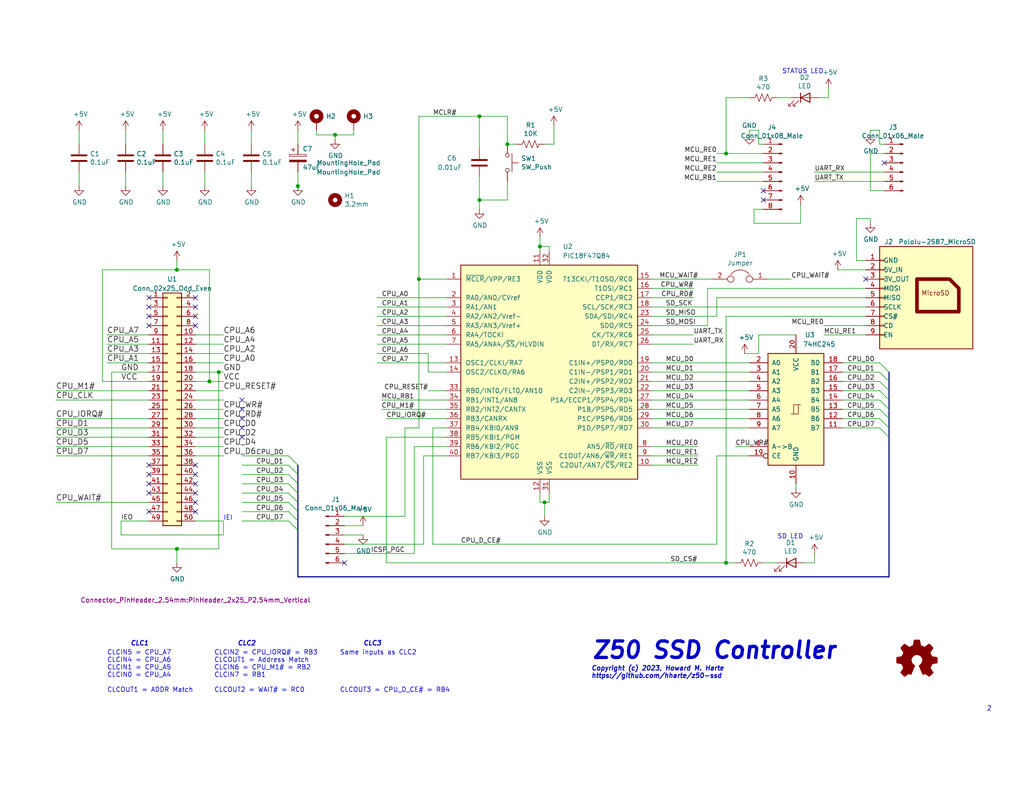
<source format=kicad_sch>
(kicad_sch (version 20230121) (generator eeschema)
  (paper "A")
  (title_block (title "Z50-Bus Solid State Disk") (date "2023-05-07") (rev "1"))
  (lib_symbols
    (symbol "74xx:74HC245" (pin_names (offset 1.016))
      (property "Reference" "U" (at -7.62 16.51 0))
      (property "Value" "74HC245" (at -7.62 -16.51 0))
      (symbol "74HC245_1_0"
        (pin input line (at -12.7 -10.16 0) (length 5.08) (name "A->B") (number "1"))
        (pin power_in line (at 0 -20.32 90) (length 5.08) (name "GND") (number "10"))
        (pin tri_state line (at 12.7 -5.08 180) (length 5.08) (name "B7") (number "11"))
        (pin tri_state line (at 12.7 -2.54 180) (length 5.08) (name "B6") (number "12"))
        (pin tri_state line (at 12.7 0 180) (length 5.08) (name "B5") (number "13"))
        (pin tri_state line (at 12.7 2.54 180) (length 5.08) (name "B4") (number "14"))
        (pin tri_state line (at 12.7 5.08 180) (length 5.08) (name "B3") (number "15"))
        (pin tri_state line (at 12.7 7.62 180) (length 5.08) (name "B2") (number "16"))
        (pin tri_state line (at 12.7 10.16 180) (length 5.08) (name "B1") (number "17"))
        (pin tri_state line (at 12.7 12.7 180) (length 5.08) (name "B0") (number "18"))
        (pin input inverted (at -12.7 -12.7 0) (length 5.08) (name "CE") (number "19"))
        (pin tri_state line (at -12.7 12.7 0) (length 5.08) (name "A0") (number "2"))
        (pin power_in line (at 0 20.32 270) (length 5.08) (name "VCC") (number "20"))
        (pin tri_state line (at -12.7 10.16 0) (length 5.08) (name "A1") (number "3"))
        (pin tri_state line (at -12.7 7.62 0) (length 5.08) (name "A2") (number "4"))
        (pin tri_state line (at -12.7 5.08 0) (length 5.08) (name "A3") (number "5"))
        (pin tri_state line (at -12.7 2.54 0) (length 5.08) (name "A4") (number "6"))
        (pin tri_state line (at -12.7 0 0) (length 5.08) (name "A5") (number "7"))
        (pin tri_state line (at -12.7 -2.54 0) (length 5.08) (name "A6") (number "8"))
        (pin tri_state line (at -12.7 -5.08 0) (length 5.08) (name "A7") (number "9"))
      )
    )
    (symbol "Connector_Generic:Conn_02x25_Odd_Even" (pin_names (offset 1.016) hide)
      (property "Reference" "J" (at 1.27 33.02 0))
      (property "Value" "Conn_02x25_Odd_Even" (at 1.27 -33.02 0))
      (symbol "Conn_02x25_Odd_Even_1_1"
        (pin passive line (at -5.08 30.48 0) (length 3.81) (name "Pin_1") (number "1"))
        (pin passive line (at 7.62 20.32 180) (length 3.81) (name "Pin_10") (number "10"))
        (pin passive line (at -5.08 17.78 0) (length 3.81) (name "Pin_11") (number "11"))
        (pin passive line (at 7.62 17.78 180) (length 3.81) (name "Pin_12") (number "12"))
        (pin passive line (at -5.08 15.24 0) (length 3.81) (name "Pin_13") (number "13"))
        (pin passive line (at 7.62 15.24 180) (length 3.81) (name "Pin_14") (number "14"))
        (pin passive line (at -5.08 12.7 0) (length 3.81) (name "Pin_15") (number "15"))
        (pin passive line (at 7.62 12.7 180) (length 3.81) (name "Pin_16") (number "16"))
        (pin passive line (at -5.08 10.16 0) (length 3.81) (name "Pin_17") (number "17"))
        (pin passive line (at 7.62 10.16 180) (length 3.81) (name "Pin_18") (number "18"))
        (pin passive line (at -5.08 7.62 0) (length 3.81) (name "Pin_19") (number "19"))
        (pin passive line (at 7.62 30.48 180) (length 3.81) (name "Pin_2") (number "2"))
        (pin passive line (at 7.62 7.62 180) (length 3.81) (name "Pin_20") (number "20"))
        (pin passive line (at -5.08 5.08 0) (length 3.81) (name "Pin_21") (number "21"))
        (pin passive line (at 7.62 5.08 180) (length 3.81) (name "Pin_22") (number "22"))
        (pin passive line (at -5.08 2.54 0) (length 3.81) (name "Pin_23") (number "23"))
        (pin passive line (at 7.62 2.54 180) (length 3.81) (name "Pin_24") (number "24"))
        (pin passive line (at -5.08 0 0) (length 3.81) (name "Pin_25") (number "25"))
        (pin passive line (at 7.62 0 180) (length 3.81) (name "Pin_26") (number "26"))
        (pin passive line (at -5.08 -2.54 0) (length 3.81) (name "Pin_27") (number "27"))
        (pin passive line (at 7.62 -2.54 180) (length 3.81) (name "Pin_28") (number "28"))
        (pin passive line (at -5.08 -5.08 0) (length 3.81) (name "Pin_29") (number "29"))
        (pin passive line (at -5.08 27.94 0) (length 3.81) (name "Pin_3") (number "3"))
        (pin passive line (at 7.62 -5.08 180) (length 3.81) (name "Pin_30") (number "30"))
        (pin passive line (at -5.08 -7.62 0) (length 3.81) (name "Pin_31") (number "31"))
        (pin passive line (at 7.62 -7.62 180) (length 3.81) (name "Pin_32") (number "32"))
        (pin passive line (at -5.08 -10.16 0) (length 3.81) (name "Pin_33") (number "33"))
        (pin passive line (at 7.62 -10.16 180) (length 3.81) (name "Pin_34") (number "34"))
        (pin passive line (at -5.08 -12.7 0) (length 3.81) (name "Pin_35") (number "35"))
        (pin passive line (at 7.62 -12.7 180) (length 3.81) (name "Pin_36") (number "36"))
        (pin passive line (at -5.08 -15.24 0) (length 3.81) (name "Pin_37") (number "37"))
        (pin passive line (at 7.62 -15.24 180) (length 3.81) (name "Pin_38") (number "38"))
        (pin passive line (at -5.08 -17.78 0) (length 3.81) (name "Pin_39") (number "39"))
        (pin passive line (at 7.62 27.94 180) (length 3.81) (name "Pin_4") (number "4"))
        (pin passive line (at 7.62 -17.78 180) (length 3.81) (name "Pin_40") (number "40"))
        (pin passive line (at -5.08 -20.32 0) (length 3.81) (name "Pin_41") (number "41"))
        (pin passive line (at 7.62 -20.32 180) (length 3.81) (name "Pin_42") (number "42"))
        (pin passive line (at -5.08 -22.86 0) (length 3.81) (name "Pin_43") (number "43"))
        (pin passive line (at 7.62 -22.86 180) (length 3.81) (name "Pin_44") (number "44"))
        (pin passive line (at -5.08 -25.4 0) (length 3.81) (name "Pin_45") (number "45"))
        (pin passive line (at 7.62 -25.4 180) (length 3.81) (name "Pin_46") (number "46"))
        (pin passive line (at -5.08 -27.94 0) (length 3.81) (name "Pin_47") (number "47"))
        (pin passive line (at 7.62 -27.94 180) (length 3.81) (name "Pin_48") (number "48"))
        (pin passive line (at -5.08 -30.48 0) (length 3.81) (name "Pin_49") (number "49"))
        (pin passive line (at -5.08 25.4 0) (length 3.81) (name "Pin_5") (number "5"))
        (pin passive line (at 7.62 -30.48 180) (length 3.81) (name "Pin_50") (number "50"))
        (pin passive line (at 7.62 25.4 180) (length 3.81) (name "Pin_6") (number "6"))
        (pin passive line (at -5.08 22.86 0) (length 3.81) (name "Pin_7") (number "7"))
        (pin passive line (at 7.62 22.86 180) (length 3.81) (name "Pin_8") (number "8"))
        (pin passive line (at -5.08 20.32 0) (length 3.81) (name "Pin_9") (number "9"))
      )
    )
    (symbol "Device:C" (pin_numbers hide) (pin_names (offset 0.254))
      (property "Reference" "C" (at 0.635 2.54 0))
      (property "Value" "C" (at 0.635 -2.54 0))
      (symbol "C_1_1"
        (pin passive line (at 0 3.81 270) (length 2.794) (name "~") (number "1"))
        (pin passive line (at 0 -3.81 90) (length 2.794) (name "~") (number "2"))
      )
    )
    (symbol "Device:C_Polarized" (pin_numbers hide) (pin_names (offset 0.254))
      (property "Reference" "C" (at 0.635 2.54 0))
      (property "Value" "C_Polarized" (at 0.635 -2.54 0))
      (symbol "C_Polarized_1_1"
        (pin passive line (at 0 3.81 270) (length 2.794) (name "~") (number "1"))
        (pin passive line (at 0 -3.81 90) (length 2.794) (name "~") (number "2"))
      )
    )
    (symbol "Device:LED" (pin_numbers hide) (pin_names (offset 1.016) hide)
      (property "Reference" "D" (at 0 2.54 0))
      (property "Value" "LED" (at 0 -2.54 0))
      (symbol "LED_1_1"
        (pin passive line (at -3.81 0 0) (length 2.54) (name "K") (number "1"))
        (pin passive line (at 3.81 0 180) (length 2.54) (name "A") (number "2"))
      )
    )
    (symbol "Device:R_US" (pin_numbers hide) (pin_names (offset 0))
      (property "Reference" "R" (at 2.54 0 90))
      (property "Value" "R_US" (at -2.54 0 90))
      (symbol "R_US_1_1"
        (pin passive line (at 0 3.81 270) (length 1.27) (name "~") (number "1"))
        (pin passive line (at 0 -3.81 90) (length 1.27) (name "~") (number "2"))
      )
    )
    (symbol "Graphic:Logo_Open_Hardware_Small" (pin_names (offset 1.016)))
    (symbol "MCU_Microchip_PIC18:PIC18F4580-IP" (pin_names (offset 1.27))
      (property "Reference" "U" (at -22.86 30.48 0))
      (property "Value" "PIC18F4580-IP" (at 15.24 -30.48 0))
      (symbol "PIC18F4580-IP_1_1"
        (pin input line (at -27.94 25.4 0) (length 3.81) (name "~{MCLR}/VPP/RE3") (number "1"))
        (pin bidirectional line (at 27.94 -25.4 180) (length 3.81) (name "C2OUT/AN7/~{CS}/RE2") (number "10"))
        (pin power_in line (at -2.54 33.02 270) (length 3.81) (name "VDD") (number "11"))
        (pin power_in line (at -2.54 -33.02 90) (length 3.81) (name "VSS") (number "12"))
        (pin input line (at -27.94 2.54 0) (length 3.81) (name "OSC1/CLKI/RA7") (number "13"))
        (pin output line (at -27.94 0 0) (length 3.81) (name "OSC2/CLKO/RA6") (number "14"))
        (pin bidirectional line (at 27.94 25.4 180) (length 3.81) (name "T13CKI/T1OSO/RC0") (number "15"))
        (pin bidirectional line (at 27.94 22.86 180) (length 3.81) (name "T1OSI/RC1") (number "16"))
        (pin bidirectional line (at 27.94 20.32 180) (length 3.81) (name "CCP1/RC2") (number "17"))
        (pin bidirectional line (at 27.94 17.78 180) (length 3.81) (name "SCL/SCK/RC3") (number "18"))
        (pin bidirectional line (at 27.94 2.54 180) (length 3.81) (name "C1IN+/PSP0/RD0") (number "19"))
        (pin bidirectional line (at -27.94 20.32 0) (length 3.81) (name "RA0/AN0/CVref") (number "2"))
        (pin bidirectional line (at 27.94 0 180) (length 3.81) (name "C1IN-/PSP1/RD1") (number "20"))
        (pin bidirectional line (at 27.94 -2.54 180) (length 3.81) (name "C2IN+/PSP2/RD2") (number "21"))
        (pin bidirectional line (at 27.94 -5.08 180) (length 3.81) (name "C2IN-/PSP3/RD3") (number "22"))
        (pin bidirectional line (at 27.94 15.24 180) (length 3.81) (name "SDA/SDI/RC4") (number "23"))
        (pin bidirectional line (at 27.94 12.7 180) (length 3.81) (name "SDO/RC5") (number "24"))
        (pin bidirectional line (at 27.94 10.16 180) (length 3.81) (name "CK/TX/RC6") (number "25"))
        (pin bidirectional line (at 27.94 7.62 180) (length 3.81) (name "DT/RX/RC7") (number "26"))
        (pin bidirectional line (at 27.94 -7.62 180) (length 3.81) (name "P1A/ECCP1/PSP4/RD4") (number "27"))
        (pin bidirectional line (at 27.94 -10.16 180) (length 3.81) (name "P1B/PSP5/RD5") (number "28"))
        (pin bidirectional line (at 27.94 -12.7 180) (length 3.81) (name "P1C/PSP6/RD6") (number "29"))
        (pin bidirectional line (at -27.94 17.78 0) (length 3.81) (name "RA1/AN1") (number "3"))
        (pin bidirectional line (at 27.94 -15.24 180) (length 3.81) (name "P1D/PSP7/RD7") (number "30"))
        (pin power_in line (at 0 -33.02 90) (length 3.81) (name "VSS") (number "31"))
        (pin power_in line (at 0 33.02 270) (length 3.81) (name "VDD") (number "32"))
        (pin bidirectional line (at -27.94 -5.08 0) (length 3.81) (name "RB0/INT0/FLT0/AN10") (number "33"))
        (pin bidirectional line (at -27.94 -7.62 0) (length 3.81) (name "RB1/INT1/AN8") (number "34"))
        (pin bidirectional line (at -27.94 -10.16 0) (length 3.81) (name "RB2/INT2/CANTX") (number "35"))
        (pin bidirectional line (at -27.94 -12.7 0) (length 3.81) (name "RB3/CANRX") (number "36"))
        (pin bidirectional line (at -27.94 -15.24 0) (length 3.81) (name "RB4/KBI0/AN9") (number "37"))
        (pin bidirectional line (at -27.94 -17.78 0) (length 3.81) (name "RB5/KBI1/PGM") (number "38"))
        (pin bidirectional line (at -27.94 -20.32 0) (length 3.81) (name "RB6/KBI2/PGC") (number "39"))
        (pin bidirectional line (at -27.94 15.24 0) (length 3.81) (name "RA2/AN2/Vref-") (number "4"))
        (pin bidirectional line (at -27.94 -22.86 0) (length 3.81) (name "RB7/KBI3/PGD") (number "40"))
        (pin bidirectional line (at -27.94 12.7 0) (length 3.81) (name "RA3/AN3/Vref+") (number "5"))
        (pin bidirectional line (at -27.94 10.16 0) (length 3.81) (name "RA4/TOCKI") (number "6"))
        (pin bidirectional line (at -27.94 7.62 0) (length 3.81) (name "RA5/ANA4/~{SS}/HLVDIN") (number "7"))
        (pin bidirectional line (at 27.94 -20.32 180) (length 3.81) (name "AN5/~{RD}/RE0") (number "8"))
        (pin bidirectional line (at 27.94 -22.86 180) (length 3.81) (name "C1OUT/AN6/~{WR}/RE1") (number "9"))
      )
    )
    (symbol "Mechanical:MountingHole" (pin_names (offset 1.016))
      (property "Reference" "H" (at 0 5.08 0))
      (property "Value" "MountingHole" (at 0 3.175 0))
    )
    (symbol "Mechanical:MountingHole_Pad" (pin_numbers hide) (pin_names (offset 1.016) hide)
      (property "Reference" "H" (at 0 6.35 0))
      (property "Value" "MountingHole_Pad" (at 0 4.445 0))
      (symbol "MountingHole_Pad_1_1"
        (pin input line (at 0 -2.54 90) (length 2.54) (name "1") (number "1"))
      )
    )
    (symbol "Switch:SW_Push" (pin_numbers hide) (pin_names (offset 1.016) hide)
      (property "Reference" "SW" (at 1.27 2.54 0))
      (property "Value" "SW_Push" (at 0 -1.524 0))
      (symbol "SW_Push_0_1"
        (pin passive line (at -5.08 0 0) (length 2.54) (name "1") (number "1"))
        (pin passive line (at 5.08 0 180) (length 2.54) (name "2") (number "2"))
      )
    )
    (symbol "power:+5V" (power) (pin_names (offset 0))
      (property "Value" "+5V" (at 0 3.556 0))
      (symbol "+5V_1_1"
        (pin power_in line (at 0 0 90) (length 0) hide (name "+5V") (number "1"))
      )
    )
    (symbol "power:GND" (power) (pin_names (offset 0))
      (property "Value" "GND" (at 0 -3.81 0))
      (symbol "GND_1_1"
        (pin power_in line (at 0 0 270) (length 0) hide (name "GND") (number "1"))
      )
    )
    (symbol "z80_ssd-rescue:Conn_01x06_Male-Connector" (pin_names (offset 1.016) hide)
      (property "Reference" "J" (at 0 7.62 0))
      (property "Value" "Connector_Conn_01x06_Male" (at 0 -10.16 0))
      (symbol "Conn_01x06_Male-Connector_1_1"
        (pin passive line (at 5.08 5.08 180) (length 3.81) (name "Pin_1") (number "1"))
        (pin passive line (at 5.08 2.54 180) (length 3.81) (name "Pin_2") (number "2"))
        (pin passive line (at 5.08 0 180) (length 3.81) (name "Pin_3") (number "3"))
        (pin passive line (at 5.08 -2.54 180) (length 3.81) (name "Pin_4") (number "4"))
        (pin passive line (at 5.08 -5.08 180) (length 3.81) (name "Pin_5") (number "5"))
        (pin passive line (at 5.08 -7.62 180) (length 3.81) (name "Pin_6") (number "6"))
      )
    )
    (symbol "z80_ssd-rescue:Conn_01x08_Male-Connector" (pin_names (offset 1.016) hide)
      (property "Reference" "J" (at 0 10.16 0))
      (property "Value" "Connector_Conn_01x08_Male" (at 0 -12.7 0))
      (symbol "Conn_01x08_Male-Connector_1_1"
        (pin passive line (at 5.08 7.62 180) (length 3.81) (name "Pin_1") (number "1"))
        (pin passive line (at 5.08 5.08 180) (length 3.81) (name "Pin_2") (number "2"))
        (pin passive line (at 5.08 2.54 180) (length 3.81) (name "Pin_3") (number "3"))
        (pin passive line (at 5.08 0 180) (length 3.81) (name "Pin_4") (number "4"))
        (pin passive line (at 5.08 -2.54 180) (length 3.81) (name "Pin_5") (number "5"))
        (pin passive line (at 5.08 -5.08 180) (length 3.81) (name "Pin_6") (number "6"))
        (pin passive line (at 5.08 -7.62 180) (length 3.81) (name "Pin_7") (number "7"))
        (pin passive line (at 5.08 -10.16 180) (length 3.81) (name "Pin_8") (number "8"))
      )
    )
    (symbol "z80_ssd-rescue:Jumper-Device" (pin_names (offset 0.762) hide)
      (property "Reference" "JP" (at 0 3.81 0))
      (property "Value" "Device_Jumper" (at 0 -2.032 0))
      (symbol "Jumper-Device_0_1"
        (pin passive line (at -7.62 0 0) (length 4.191) (name "1") (number "1"))
        (pin passive line (at 7.62 0 180) (length 4.191) (name "2") (number "2"))
      )
    )
    (symbol "z80_ssd-rescue:Pololu-2587_MicroSD-4164" (pin_names (offset 1.016))
      (property "Reference" "J" (at 1.27 15.24 0))
      (property "Value" "4164_Pololu-2587_MicroSD" (at 12.7 -15.24 0))
      (symbol "Pololu-2587_MicroSD-4164_0_0"
        (text "MicroSD" (at 13.97 1.27 0) (effects (font (size 1.27 1.27))))
      )
      (symbol "Pololu-2587_MicroSD-4164_1_1"
        (pin power_in line (at -5.08 10.16 0) (length 3.81) (name "GND") (number "1"))
        (pin power_in line (at -5.08 7.62 0) (length 3.81) (name "5V_IN") (number "2"))
        (pin power_out line (at -5.08 5.08 0) (length 3.81) (name "3V_OUT") (number "3"))
        (pin input line (at -5.08 2.54 0) (length 3.81) (name "MOSI") (number "4"))
        (pin output line (at -5.08 0 0) (length 3.81) (name "MISO") (number "5"))
        (pin input line (at -5.08 -2.54 0) (length 3.81) (name "SCLK") (number "6"))
        (pin input line (at -5.08 -5.08 0) (length 3.81) (name "CS#") (number "7"))
        (pin input line (at -5.08 -7.62 0) (length 3.81) (name "CD") (number "8"))
        (pin input line (at -5.08 -10.16 0) (length 3.81) (name "EN") (number "9"))
      )
    )
  )
  (junction (at 130.81 31.75))
  (junction (at 138.43 39.37))
  (junction (at 48.26 73.66))
  (junction (at 48.26 149.86))
  (junction (at 198.12 41.91))
  (junction (at 81.28 50.8))
  (junction (at 198.12 153.67))
  (junction (at 91.44 36.83))
  (junction (at 114.3 76.2))
  (junction (at 59.69 101.6))
  (junction (at 57.15 104.14))
  (junction (at 130.81 54.61))
  (junction (at 147.32 67.31))
  (junction (at 148.59 137.16))
  (no_connect (at 40.64 81.28))
  (no_connect (at 66.04 109.22))
  (no_connect (at 40.64 134.62))
  (no_connect (at 66.04 114.3))
  (no_connect (at 208.28 52.07))
  (no_connect (at 53.34 139.7))
  (no_connect (at 66.04 119.38))
  (no_connect (at 53.34 127))
  (no_connect (at 208.28 54.61))
  (no_connect (at 53.34 134.62))
  (no_connect (at 53.34 129.54))
  (no_connect (at 40.64 88.9))
  (no_connect (at 53.34 132.08))
  (no_connect (at 40.64 83.82))
  (no_connect (at 66.04 111.76))
  (no_connect (at 40.64 86.36))
  (no_connect (at 53.34 137.16))
  (no_connect (at 66.04 116.84))
  (no_connect (at 53.34 86.36))
  (no_connect (at 40.64 129.54))
  (no_connect (at 53.34 81.28))
  (no_connect (at 241.3 44.45))
  (no_connect (at 40.64 127))
  (no_connect (at 53.34 88.9))
  (no_connect (at 53.34 83.82))
  (no_connect (at 93.98 153.67))
  (no_connect (at 40.64 132.08))
  (no_connect (at 236.22 76.2))
  (no_connect (at 40.64 139.7))
  (bus_entry (at 240.03 116.84) (size 2.54 2.54))
  (bus_entry (at 78.74 134.62) (size 2.54 2.54))
  (bus_entry (at 240.03 101.6) (size 2.54 2.54))
  (bus_entry (at 78.74 129.54) (size 2.54 2.54))
  (bus_entry (at 240.03 109.22) (size 2.54 2.54))
  (bus_entry (at 78.74 124.46) (size 2.54 2.54))
  (bus_entry (at 78.74 127) (size 2.54 2.54))
  (bus_entry (at 78.74 142.24) (size 2.54 2.54))
  (bus_entry (at 78.74 132.08) (size 2.54 2.54))
  (bus_entry (at 240.03 99.06) (size 2.54 2.54))
  (bus_entry (at 78.74 137.16) (size 2.54 2.54))
  (bus_entry (at 240.03 111.76) (size 2.54 2.54))
  (bus_entry (at 240.03 106.68) (size 2.54 2.54))
  (bus_entry (at 240.03 114.3) (size 2.54 2.54))
  (bus_entry (at 78.74 139.7) (size 2.54 2.54))
  (bus_entry (at 240.03 104.14) (size 2.54 2.54))
  (wire (pts (xy 177.8 109.22) (xy 204.47 109.22)))
  (wire (pts (xy 102.87 91.44) (xy 121.92 91.44)))
  (wire (pts (xy 218.44 60.96) (xy 205.74 60.96)))
  (bus (pts (xy 81.28 127) (xy 81.28 129.54)))
  (wire (pts (xy 208.28 39.37) (xy 207.01 39.37)))
  (wire (pts (xy 226.06 26.67) (xy 223.52 26.67)))
  (wire (pts (xy 208.28 49.53) (xy 195.58 49.53)))
  (wire (pts (xy 215.9 26.67) (xy 212.09 26.67)))
  (wire (pts (xy 121.92 116.84) (xy 118.11 116.84)))
  (wire (pts (xy 236.22 91.44) (xy 224.79 91.44)))
  (wire (pts (xy 93.98 140.97) (xy 110.49 140.97)))
  (wire (pts (xy 53.34 114.3) (xy 60.96 114.3)))
  (wire (pts (xy 229.87 114.3) (xy 240.03 114.3)))
  (wire (pts (xy 130.81 54.61) (xy 130.81 57.15)))
  (wire (pts (xy 48.26 71.12) (xy 48.26 73.66)))
  (bus (pts (xy 242.57 114.3) (xy 242.57 116.84)))
  (wire (pts (xy 229.87 104.14) (xy 240.03 104.14)))
  (wire (pts (xy 91.44 36.83) (xy 91.44 38.1)))
  (wire (pts (xy 27.94 104.14) (xy 40.64 104.14)))
  (wire (pts (xy 195.58 46.99) (xy 208.28 46.99)))
  (wire (pts (xy 30.48 101.6) (xy 30.48 149.86)))
  (wire (pts (xy 114.3 76.2) (xy 121.92 76.2)))
  (wire (pts (xy 207.01 35.56) (xy 204.47 35.56)))
  (wire (pts (xy 222.25 151.13) (xy 222.25 153.67)))
  (bus (pts (xy 81.28 132.08) (xy 81.28 134.62)))
  (wire (pts (xy 66.04 142.24) (xy 78.74 142.24)))
  (wire (pts (xy 105.41 153.67) (xy 198.12 153.67)))
  (wire (pts (xy 237.49 52.07) (xy 241.3 52.07)))
  (wire (pts (xy 212.09 153.67) (xy 208.28 153.67)))
  (wire (pts (xy 86.36 35.56) (xy 86.36 36.83)))
  (wire (pts (xy 81.28 50.8) (xy 81.28 52.07)))
  (wire (pts (xy 115.57 148.59) (xy 115.57 124.46)))
  (wire (pts (xy 177.8 81.28) (xy 189.23 81.28)))
  (wire (pts (xy 55.88 39.37) (xy 55.88 35.56)))
  (wire (pts (xy 195.58 86.36) (xy 195.58 81.28)))
  (wire (pts (xy 148.59 137.16) (xy 149.86 137.16)))
  (wire (pts (xy 116.84 101.6) (xy 121.92 101.6)))
  (wire (pts (xy 53.34 109.22) (xy 60.96 109.22)))
  (wire (pts (xy 198.12 26.67) (xy 198.12 41.91)))
  (wire (pts (xy 198.12 41.91) (xy 195.58 41.91)))
  (bus (pts (xy 242.57 119.38) (xy 242.57 157.48)))
  (wire (pts (xy 57.15 104.14) (xy 57.15 73.66)))
  (wire (pts (xy 193.04 78.74) (xy 236.22 78.74)))
  (wire (pts (xy 209.55 76.2) (xy 215.9 76.2)))
  (bus (pts (xy 242.57 104.14) (xy 242.57 106.68)))
  (wire (pts (xy 27.94 73.66) (xy 27.94 104.14)))
  (wire (pts (xy 140.97 39.37) (xy 138.43 39.37)))
  (wire (pts (xy 149.86 68.58) (xy 149.86 67.31)))
  (wire (pts (xy 217.17 132.08) (xy 217.17 133.35)))
  (wire (pts (xy 177.8 91.44) (xy 189.23 91.44)))
  (wire (pts (xy 195.58 81.28) (xy 236.22 81.28)))
  (wire (pts (xy 177.8 93.98) (xy 189.23 93.98)))
  (wire (pts (xy 59.69 101.6) (xy 60.96 101.6)))
  (wire (pts (xy 121.92 106.68) (xy 116.84 106.68)))
  (wire (pts (xy 53.34 111.76) (xy 60.96 111.76)))
  (wire (pts (xy 66.04 139.7) (xy 78.74 139.7)))
  (bus (pts (xy 242.57 116.84) (xy 242.57 119.38)))
  (wire (pts (xy 44.45 39.37) (xy 44.45 35.56)))
  (wire (pts (xy 237.49 59.69) (xy 237.49 60.96)))
  (wire (pts (xy 81.28 46.99) (xy 81.28 50.8)))
  (wire (pts (xy 114.3 31.75) (xy 114.3 76.2)))
  (wire (pts (xy 48.26 73.66) (xy 27.94 73.66)))
  (wire (pts (xy 59.69 149.86) (xy 48.26 149.86)))
  (wire (pts (xy 34.29 46.99) (xy 34.29 50.8)))
  (wire (pts (xy 177.8 83.82) (xy 236.22 83.82)))
  (bus (pts (xy 242.57 109.22) (xy 242.57 111.76)))
  (wire (pts (xy 30.48 149.86) (xy 48.26 149.86)))
  (wire (pts (xy 241.3 39.37) (xy 240.03 39.37)))
  (wire (pts (xy 177.8 76.2) (xy 194.31 76.2)))
  (wire (pts (xy 177.8 121.92) (xy 190.5 121.92)))
  (wire (pts (xy 151.13 39.37) (xy 148.59 39.37)))
  (wire (pts (xy 177.8 116.84) (xy 204.47 116.84)))
  (wire (pts (xy 114.3 76.2) (xy 114.3 116.84)))
  (wire (pts (xy 102.87 88.9) (xy 121.92 88.9)))
  (wire (pts (xy 138.43 31.75) (xy 138.43 39.37)))
  (wire (pts (xy 121.92 109.22) (xy 104.14 109.22)))
  (wire (pts (xy 222.25 49.53) (xy 241.3 49.53)))
  (wire (pts (xy 91.44 36.83) (xy 96.52 36.83)))
  (wire (pts (xy 241.3 41.91) (xy 237.49 41.91)))
  (wire (pts (xy 240.03 35.56) (xy 237.49 35.56)))
  (wire (pts (xy 110.49 116.84) (xy 110.49 140.97)))
  (wire (pts (xy 48.26 149.86) (xy 48.26 153.67)))
  (wire (pts (xy 147.32 134.62) (xy 147.32 137.16)))
  (wire (pts (xy 207.01 39.37) (xy 207.01 35.56)))
  (wire (pts (xy 203.2 96.52) (xy 207.01 96.52)))
  (wire (pts (xy 102.87 81.28) (xy 121.92 81.28)))
  (bus (pts (xy 81.28 137.16) (xy 81.28 139.7)))
  (wire (pts (xy 195.58 124.46) (xy 204.47 124.46)))
  (wire (pts (xy 229.87 106.68) (xy 240.03 106.68)))
  (wire (pts (xy 102.87 96.52) (xy 116.84 96.52)))
  (wire (pts (xy 177.8 88.9) (xy 193.04 88.9)))
  (wire (pts (xy 200.66 121.92) (xy 204.47 121.92)))
  (wire (pts (xy 68.58 46.99) (xy 68.58 50.8)))
  (wire (pts (xy 236.22 88.9) (xy 224.79 88.9)))
  (wire (pts (xy 226.06 24.13) (xy 226.06 26.67)))
  (wire (pts (xy 116.84 96.52) (xy 116.84 101.6)))
  (wire (pts (xy 130.81 48.26) (xy 130.81 54.61)))
  (wire (pts (xy 53.34 116.84) (xy 60.96 116.84)))
  (wire (pts (xy 53.34 119.38) (xy 60.96 119.38)))
  (wire (pts (xy 113.03 121.92) (xy 113.03 151.13)))
  (wire (pts (xy 229.87 101.6) (xy 240.03 101.6)))
  (wire (pts (xy 15.24 114.3) (xy 40.64 114.3)))
  (wire (pts (xy 102.87 86.36) (xy 121.92 86.36)))
  (bus (pts (xy 242.57 106.68) (xy 242.57 109.22)))
  (wire (pts (xy 218.44 55.88) (xy 218.44 60.96)))
  (wire (pts (xy 233.68 59.69) (xy 237.49 59.69)))
  (wire (pts (xy 29.21 91.44) (xy 40.64 91.44)))
  (wire (pts (xy 208.28 41.91) (xy 198.12 41.91)))
  (wire (pts (xy 240.03 39.37) (xy 240.03 35.56)))
  (wire (pts (xy 21.59 46.99) (xy 21.59 50.8)))
  (wire (pts (xy 15.24 106.68) (xy 40.64 106.68)))
  (wire (pts (xy 29.21 96.52) (xy 40.64 96.52)))
  (wire (pts (xy 93.98 148.59) (xy 115.57 148.59)))
  (wire (pts (xy 44.45 46.99) (xy 44.45 50.8)))
  (wire (pts (xy 53.34 99.06) (xy 60.96 99.06)))
  (bus (pts (xy 81.28 142.24) (xy 81.28 144.78)))
  (wire (pts (xy 66.04 129.54) (xy 78.74 129.54)))
  (wire (pts (xy 66.04 132.08) (xy 78.74 132.08)))
  (bus (pts (xy 81.28 139.7) (xy 81.28 142.24)))
  (wire (pts (xy 29.21 99.06) (xy 40.64 99.06)))
  (wire (pts (xy 229.87 116.84) (xy 240.03 116.84)))
  (wire (pts (xy 121.92 114.3) (xy 105.41 114.3)))
  (wire (pts (xy 102.87 83.82) (xy 121.92 83.82)))
  (wire (pts (xy 33.02 142.24) (xy 33.02 146.05)))
  (bus (pts (xy 81.28 144.78) (xy 81.28 157.48)))
  (wire (pts (xy 148.59 137.16) (xy 148.59 140.97)))
  (wire (pts (xy 222.25 46.99) (xy 241.3 46.99)))
  (wire (pts (xy 53.34 121.92) (xy 60.96 121.92)))
  (wire (pts (xy 53.34 93.98) (xy 60.96 93.98)))
  (wire (pts (xy 53.34 124.46) (xy 60.96 124.46)))
  (wire (pts (xy 149.86 137.16) (xy 149.86 134.62)))
  (wire (pts (xy 99.06 143.51) (xy 93.98 143.51)))
  (wire (pts (xy 138.43 54.61) (xy 138.43 49.53)))
  (wire (pts (xy 55.88 46.99) (xy 55.88 50.8)))
  (wire (pts (xy 229.87 111.76) (xy 240.03 111.76)))
  (wire (pts (xy 229.87 109.22) (xy 240.03 109.22)))
  (wire (pts (xy 237.49 35.56) (xy 237.49 36.83)))
  (wire (pts (xy 96.52 36.83) (xy 96.52 35.56)))
  (wire (pts (xy 33.02 142.24) (xy 40.64 142.24)))
  (wire (pts (xy 102.87 99.06) (xy 121.92 99.06)))
  (wire (pts (xy 177.8 114.3) (xy 204.47 114.3)))
  (bus (pts (xy 242.57 101.6) (xy 242.57 104.14)))
  (wire (pts (xy 66.04 127) (xy 78.74 127)))
  (wire (pts (xy 59.69 101.6) (xy 59.69 149.86)))
  (bus (pts (xy 81.28 134.62) (xy 81.28 137.16)))
  (wire (pts (xy 147.32 137.16) (xy 148.59 137.16)))
  (wire (pts (xy 177.8 86.36) (xy 195.58 86.36)))
  (wire (pts (xy 228.6 73.66) (xy 236.22 73.66)))
  (wire (pts (xy 104.14 111.76) (xy 121.92 111.76)))
  (wire (pts (xy 177.8 101.6) (xy 204.47 101.6)))
  (wire (pts (xy 60.96 146.05) (xy 60.96 142.24)))
  (wire (pts (xy 114.3 116.84) (xy 110.49 116.84)))
  (wire (pts (xy 53.34 91.44) (xy 60.96 91.44)))
  (wire (pts (xy 177.8 99.06) (xy 204.47 99.06)))
  (wire (pts (xy 21.59 39.37) (xy 21.59 35.56)))
  (wire (pts (xy 121.92 119.38) (xy 105.41 119.38)))
  (wire (pts (xy 93.98 146.05) (xy 99.06 146.05)))
  (wire (pts (xy 193.04 88.9) (xy 193.04 78.74)))
  (wire (pts (xy 118.11 116.84) (xy 118.11 148.59)))
  (wire (pts (xy 204.47 26.67) (xy 198.12 26.67)))
  (wire (pts (xy 130.81 31.75) (xy 138.43 31.75)))
  (wire (pts (xy 177.8 111.76) (xy 204.47 111.76)))
  (wire (pts (xy 15.24 137.16) (xy 40.64 137.16)))
  (wire (pts (xy 204.47 35.56) (xy 204.47 36.83)))
  (wire (pts (xy 147.32 68.58) (xy 147.32 67.31)))
  (wire (pts (xy 121.92 121.92) (xy 113.03 121.92)))
  (wire (pts (xy 151.13 34.29) (xy 151.13 39.37)))
  (wire (pts (xy 57.15 73.66) (xy 48.26 73.66)))
  (wire (pts (xy 207.01 96.52) (xy 207.01 91.44)))
  (wire (pts (xy 33.02 146.05) (xy 60.96 146.05)))
  (wire (pts (xy 198.12 86.36) (xy 198.12 153.67)))
  (wire (pts (xy 113.03 151.13) (xy 93.98 151.13)))
  (wire (pts (xy 29.21 93.98) (xy 40.64 93.98)))
  (wire (pts (xy 53.34 101.6) (xy 59.69 101.6)))
  (wire (pts (xy 207.01 91.44) (xy 217.17 91.44)))
  (wire (pts (xy 198.12 86.36) (xy 236.22 86.36)))
  (wire (pts (xy 237.49 41.91) (xy 237.49 52.07)))
  (wire (pts (xy 66.04 134.62) (xy 78.74 134.62)))
  (wire (pts (xy 15.24 109.22) (xy 40.64 109.22)))
  (wire (pts (xy 86.36 36.83) (xy 91.44 36.83)))
  (wire (pts (xy 233.68 59.69) (xy 233.68 71.12)))
  (wire (pts (xy 233.68 71.12) (xy 236.22 71.12)))
  (wire (pts (xy 53.34 106.68) (xy 60.96 106.68)))
  (wire (pts (xy 115.57 124.46) (xy 121.92 124.46)))
  (wire (pts (xy 177.8 106.68) (xy 204.47 106.68)))
  (wire (pts (xy 229.87 99.06) (xy 240.03 99.06)))
  (wire (pts (xy 15.24 116.84) (xy 40.64 116.84)))
  (wire (pts (xy 30.48 101.6) (xy 40.64 101.6)))
  (bus (pts (xy 81.28 157.48) (xy 242.57 157.48)))
  (wire (pts (xy 53.34 104.14) (xy 57.15 104.14)))
  (wire (pts (xy 81.28 35.56) (xy 81.28 39.37)))
  (wire (pts (xy 200.66 153.67) (xy 198.12 153.67)))
  (wire (pts (xy 57.15 104.14) (xy 60.96 104.14)))
  (wire (pts (xy 195.58 148.59) (xy 195.58 124.46)))
  (wire (pts (xy 105.41 119.38) (xy 105.41 153.67)))
  (wire (pts (xy 15.24 124.46) (xy 40.64 124.46)))
  (wire (pts (xy 130.81 54.61) (xy 138.43 54.61)))
  (wire (pts (xy 68.58 39.37) (xy 68.58 35.56)))
  (wire (pts (xy 205.74 60.96) (xy 205.74 57.15)))
  (wire (pts (xy 114.3 31.75) (xy 130.81 31.75)))
  (wire (pts (xy 53.34 96.52) (xy 60.96 96.52)))
  (wire (pts (xy 66.04 124.46) (xy 78.74 124.46)))
  (wire (pts (xy 149.86 67.31) (xy 147.32 67.31)))
  (wire (pts (xy 15.24 121.92) (xy 40.64 121.92)))
  (wire (pts (xy 102.87 93.98) (xy 121.92 93.98)))
  (wire (pts (xy 195.58 44.45) (xy 208.28 44.45)))
  (wire (pts (xy 177.8 124.46) (xy 190.5 124.46)))
  (wire (pts (xy 177.8 127) (xy 190.5 127)))
  (wire (pts (xy 205.74 57.15) (xy 208.28 57.15)))
  (wire (pts (xy 15.24 119.38) (xy 40.64 119.38)))
  (wire (pts (xy 53.34 142.24) (xy 60.96 142.24)))
  (wire (pts (xy 222.25 153.67) (xy 219.71 153.67)))
  (wire (pts (xy 177.8 78.74) (xy 189.23 78.74)))
  (wire (pts (xy 177.8 104.14) (xy 204.47 104.14)))
  (wire (pts (xy 118.11 148.59) (xy 195.58 148.59)))
  (wire (pts (xy 66.04 137.16) (xy 78.74 137.16)))
  (wire (pts (xy 147.32 67.31) (xy 147.32 64.77)))
  (wire (pts (xy 34.29 39.37) (xy 34.29 35.56)))
  (wire (pts (xy 130.81 31.75) (xy 130.81 40.64)))
  (bus (pts (xy 242.57 111.76) (xy 242.57 114.3)))
  (bus (pts (xy 81.28 129.54) (xy 81.28 132.08)))
  (text "Z50 SSD Controller" (at 161.29 180.34 0) (effects (font (size 4.4958 4.4958) (thickness 0.8992) bold italic) (justify left bottom)))
  (text "2" (at 269.24 194.31 0) (effects (font (size 1.27 1.27)) (justify left bottom)))
  (text "1D Coin Controller" (at 439.42 396.24 0) (effects (font (size 5.0038 5.0038) (thickness 1.0008) bold italic) (justify left bottom)))
  (text "(c) 2020, Howard M. Harte - WZ2Q\nhttps://github.com/hharte/1dcoinctrl" (at 440.69 401.32 0) (effects (font (size 1.27 1.27) (thickness 0.254) bold italic) (justify left bottom)))
  (text "CLC3" (at 99.06 176.53 0) (effects (font (size 1.27 1.27) (thickness 0.254) bold italic) (justify left bottom)))
  (text "1D Coin Controller - Microcontroller" (at 449.58 411.48 0) (effects (font (size 1.27 1.27)) (justify left bottom)))
  (text "Copyright (c) 2023, Howard M. Harte\nhttps://github.com/hharte/z50-ssd" (at 161.29 185.42 0) (effects (font (size 1.27 1.27) (thickness 0.254) bold italic) (justify left bottom)))
  (text "IEI" (at 60.96 142.24 0) (effects (font (size 1.27 1.27)) (justify left bottom)))
  (text "STATUS LED" (at 213.36 20.32 0) (effects (font (size 1.27 1.27)) (justify left bottom)))
  (text "CLC1" (at 35.56 176.53 0) (effects (font (size 1.27 1.27) (thickness 0.254) bold italic) (justify left bottom)))
  (text "SD LED" (at 212.09 147.32 0) (effects (font (size 1.27 1.27)) (justify left bottom)))
  (text "Same inputs as CLC2\n\n\n\n\nCLCOUT3 = CPU_D_CE# = RB4" (at 92.71 189.23 0) (effects (font (size 1.27 1.27)) (justify left bottom)))
  (text "2020-06-27" (at 468.63 415.29 0) (effects (font (size 1.27 1.27)) (justify left bottom)))
  (text "CLCIN2 = CPU_IORQ# = RB3\nCLCOUT1 = Address Match\nCLCIN6 = CPU_M1# = RB2 \nCLCIN7 = RB1\n\nCLCOUT2 = WAIT# = RC0" (at 58.42 189.23 0) (effects (font (size 1.27 1.27)) (justify left bottom)))
  (text "CLCIN5 = CPU_A7\nCLCIN4 = CPU_A6\nCLCIN1 = CPU_A5\nCLCIN0 = CPU_A4\n\nCLCOUT1 = ADDR Match" (at 29.21 189.23 0) (effects (font (size 1.27 1.27)) (justify left bottom)))
  (text "CLC2" (at 64.77 176.53 0) (effects (font (size 1.27 1.27) (thickness 0.254) bold italic) (justify left bottom)))
  (label "MCU_RE0" (at 190.5 121.92 180))
  (label "CPU_D0" (at 69.85 124.46 0))
  (label "CPU_WR#" (at 200.66 121.92 0))
  (label "CPU_M1#" (at 15.24 106.68 0) (effects (font (size 1.524 1.524))))
  (label "CPU_D3" (at 231.14 106.68 0))
  (label "CPU_A2" (at 60.96 96.52 0) (effects (font (size 1.524 1.524))))
  (label "CPU_A6" (at 104.14 96.52 0))
  (label "CPU_A3" (at 29.21 96.52 0) (effects (font (size 1.524 1.524))))
  (label "CPU_D0" (at 231.14 99.06 0))
  (label "CPU_D3" (at 69.85 132.08 0))
  (label "CPU_D5" (at 15.24 121.92 0) (effects (font (size 1.524 1.524))))
  (label "UART_TX" (at 189.23 91.44 0))
  (label "MCU_RE0" (at 195.58 41.91 180))
  (label "CPU_A3" (at 104.14 88.9 0))
  (label "CPU_D6" (at 69.85 139.7 0))
  (label "CPU_D5" (at 69.85 137.16 0))
  (label "SD_CS#" (at 182.88 153.67 0))
  (label "MCU_D7" (at 181.61 116.84 0))
  (label "CPU_A4" (at 104.14 91.44 0))
  (label "CPU_D6" (at 231.14 114.3 0))
  (label "CPU_D7" (at 231.14 116.84 0))
  (label "MCU_D4" (at 181.61 109.22 0))
  (label "CPU_WR#" (at 60.96 111.76 0) (effects (font (size 1.524 1.524))))
  (label "CPU_D2" (at 60.96 119.38 0) (effects (font (size 1.524 1.524))))
  (label "MCU_D5" (at 181.61 111.76 0))
  (label "CPU_A0" (at 60.96 99.06 0) (effects (font (size 1.524 1.524))))
  (label "CPU_A0" (at 104.14 81.28 0))
  (label "CPU_A5" (at 29.21 93.98 0) (effects (font (size 1.524 1.524))))
  (label "MCLR#" (at 118.11 31.75 0))
  (label "MCU_RE2" (at 190.5 127 180))
  (label "ICSP_PGC" (at 110.49 151.13 180))
  (label "MCU_D2" (at 181.61 104.14 0))
  (label "MCU_WAIT#" (at 190.5 76.2 180))
  (label "CPU_D1" (at 15.24 116.84 0) (effects (font (size 1.524 1.524))))
  (label "UART_RX" (at 222.25 46.99 0))
  (label "UART_TX" (at 222.25 49.53 0))
  (label "CPU_A6" (at 60.96 91.44 0) (effects (font (size 1.524 1.524))))
  (label "SD_MISO" (at 181.61 86.36 0))
  (label "CPU_WR#" (at 189.23 78.74 180))
  (label "CPU_D5" (at 231.14 111.76 0))
  (label "SD_MOSI" (at 181.61 88.9 0))
  (label "CPU_RESET#" (at 60.96 106.68 0) (effects (font (size 1.524 1.524))))
  (label "CPU_D4" (at 60.96 121.92 0) (effects (font (size 1.524 1.524))))
  (label "CPU_A2" (at 104.14 86.36 0))
  (label "MCU_RB1" (at 113.03 109.22 180))
  (label "CPU_A7" (at 104.14 99.06 0))
  (label "VCC" (at 60.96 104.14 0) (effects (font (size 1.524 1.524))))
  (label "UART_RX" (at 189.23 93.98 0))
  (label "CPU_D1" (at 231.14 101.6 0))
  (label "SD_SCK" (at 181.61 83.82 0))
  (label "CPU_A1" (at 104.14 83.82 0))
  (label "CPU_A1" (at 29.21 99.06 0) (effects (font (size 1.524 1.524))))
  (label "CPU_WAIT#" (at 215.9 76.2 0))
  (label "CPU_M1#" (at 113.03 111.76 180))
  (label "GND" (at 60.96 101.6 0) (effects (font (size 1.524 1.524))))
  (label "MCU_D1" (at 181.61 101.6 0))
  (label "CPU_D6" (at 60.96 124.46 0) (effects (font (size 1.524 1.524))))
  (label "MCU_D3" (at 181.61 106.68 0))
  (label "CPU_CLK" (at 15.24 109.22 0) (effects (font (size 1.524 1.524))))
  (label "CPU_D4" (at 69.85 134.62 0))
  (label "MCU_D6" (at 181.61 114.3 0))
  (label "CPU_D3" (at 15.24 119.38 0) (effects (font (size 1.524 1.524))))
  (label "CPU_D7" (at 69.85 142.24 0))
  (label "GND" (at 33.02 101.6 0) (effects (font (size 1.524 1.524))))
  (label "CPU_D2" (at 231.14 104.14 0))
  (label "CPU_D4" (at 231.14 109.22 0))
  (label "CPU_A5" (at 104.14 93.98 0))
  (label "MCU_RE1" (at 190.5 124.46 180))
  (label "CPU_RD#" (at 60.96 114.3 0) (effects (font (size 1.524 1.524))))
  (label "MCU_RB1" (at 195.58 49.53 180))
  (label "MCU_RE1" (at 224.79 91.44 0))
  (label "IEO" (at 33.02 142.24 0))
  (label "CPU_RD#" (at 189.23 81.28 180))
  (label "CPU_A4" (at 60.96 93.98 0) (effects (font (size 1.524 1.524))))
  (label "CPU_IORQ#" (at 105.41 114.3 0))
  (label "CPU_D0" (at 60.96 116.84 0) (effects (font (size 1.524 1.524))))
  (label "CPU_D1" (at 69.85 127 0))
  (label "CPU_IORQ#" (at 15.24 114.3 0) (effects (font (size 1.524 1.524))))
  (label "MCU_RE2" (at 195.58 46.99 180))
  (label "MCU_D0" (at 181.61 99.06 0))
  (label "CPU_A7" (at 29.21 91.44 0) (effects (font (size 1.524 1.524))))
  (label "MCU_RE1" (at 195.58 44.45 180))
  (label "CPU_D_CE#" (at 125.73 148.59 0))
  (label "CPU_D2" (at 69.85 129.54 0))
  (label "CPU_RESET#" (at 116.84 106.68 180))
  (label "CPU_WAIT#" (at 15.24 137.16 0) (effects (font (size 1.524 1.524))))
  (label "CPU_D7" (at 15.24 124.46 0) (effects (font (size 1.524 1.524))))
  (label "MCU_RE0" (at 224.79 88.9 180))
  (label "VCC" (at 33.02 104.14 0) (effects (font (size 1.524 1.524))))
  (symbol (lib_id "power:+5V") (at 21.59 35.56 0) (unit 1)
    (property "Reference" "#PWR01" (effects hide))
    (property "Value" "+5V" (at 21.971 31.1658 0))
  )
  (symbol (lib_id "Switch:SW_Push") (at 138.43 44.45 270) (unit 1)
    (property "Reference" "SW1" (at 142.1892 43.2816 90) (effects (justify left)))
    (property "Value" "SW_Push" (at 142.1892 45.593 90) (effects (justify left)))
    (property "Footprint" "Button_Switch_THT:SW_PUSH_6mm" (effects hide))
  )
  (symbol (lib_id "Device:C") (at 130.81 44.45 0) (unit 1)
    (property "Reference" "C6" (at 121.92 43.18 0) (effects (justify left)))
    (property "Value" "0.01uF" (at 119.38 45.72 0) (effects (justify left)))
    (property "Footprint" "Capacitor_THT:C_Disc_D4.3mm_W1.9mm_P5.00mm" (effects hide))
  )
  (symbol (lib_id "Device:R_US") (at 144.78 39.37 270) (unit 1)
    (property "Reference" "R1" (at 144.78 34.163 90))
    (property "Value" "10K" (at 144.78 36.4744 90))
    (property "Footprint" "Resistor_THT:R_Axial_DIN0207_L6.3mm_D2.5mm_P7.62mm_Horizontal" (effects hide))
  )
  (symbol (lib_id "power:+5V") (at 151.13 34.29 0) (unit 1)
    (property "Reference" "#PWR019" (effects hide))
    (property "Value" "+5V" (at 151.511 29.8958 0))
  )
  (symbol (lib_id "power:+5V") (at 147.32 64.77 0) (unit 1)
    (property "Reference" "#PWR017" (effects hide))
    (property "Value" "+5V" (at 147.701 60.3758 0))
  )
  (symbol (lib_id "Device:C") (at 21.59 43.18 0) (unit 1)
    (property "Reference" "C1" (at 24.511 42.0116 0) (effects (justify left)))
    (property "Value" "0.1uF" (at 24.511 44.323 0) (effects (justify left)))
    (property "Footprint" "Capacitor_THT:C_Disc_D4.3mm_W1.9mm_P5.00mm" (effects hide))
  )
  (symbol (lib_id "power:GND") (at 21.59 50.8 0) (unit 1)
    (property "Reference" "#PWR02" (effects hide))
    (property "Value" "GND" (at 21.717 55.1942 0))
  )
  (symbol (lib_id "power:+5V") (at 34.29 35.56 0) (unit 1)
    (property "Reference" "#PWR03" (effects hide))
    (property "Value" "+5V" (at 34.671 31.1658 0))
  )
  (symbol (lib_id "Device:C") (at 34.29 43.18 0) (unit 1)
    (property "Reference" "C2" (at 37.211 42.0116 0) (effects (justify left)))
    (property "Value" "0.1uF" (at 37.211 44.323 0) (effects (justify left)))
    (property "Footprint" "Capacitor_THT:C_Disc_D4.3mm_W1.9mm_P5.00mm" (effects hide))
  )
  (symbol (lib_id "power:GND") (at 34.29 50.8 0) (unit 1)
    (property "Reference" "#PWR04" (effects hide))
    (property "Value" "GND" (at 34.417 55.1942 0))
  )
  (symbol (lib_id "power:GND") (at 130.81 57.15 0) (unit 1)
    (property "Reference" "#PWR016" (effects hide))
    (property "Value" "GND" (at 130.937 61.5442 0))
  )
  (symbol (lib_id "power:+5V") (at 228.6 73.66 0) (unit 1)
    (property "Reference" "#PWR022" (effects hide))
    (property "Value" "+5V" (at 228.981 69.2658 0))
  )
  (symbol (lib_id "power:GND") (at 237.49 60.96 0) (unit 1)
    (property "Reference" "#PWR023" (effects hide))
    (property "Value" "GND" (at 237.617 65.3542 0))
  )
  (symbol (lib_id "z80_ssd-rescue:Conn_01x06_Male-Connector") (at 88.9 146.05 0) (unit 1)
    (property "Reference" "J1" (at 91.6432 136.3726 0))
    (property "Value" "Conn_01x06_Male" (at 91.6432 138.684 0))
    (property "Footprint" "Connector_PinHeader_2.54mm:PinHeader_1x06_P2.54mm_Horizontal" (effects hide))
  )
  (symbol (lib_id "power:GND") (at 99.06 146.05 0) (unit 1)
    (property "Reference" "#PWR015" (effects hide))
    (property "Value" "GND" (at 99.187 150.4442 0))
  )
  (symbol (lib_id "power:+5V") (at 99.06 143.51 0) (unit 1)
    (property "Reference" "#PWR014" (effects hide))
    (property "Value" "+5V" (at 99.441 139.1158 0))
  )
  (symbol (lib_id "power:+5V") (at 55.88 35.56 0) (unit 1)
    (property "Reference" "#PWR08" (effects hide))
    (property "Value" "+5V" (at 56.261 31.1658 0))
  )
  (symbol (lib_id "Device:C") (at 55.88 43.18 0) (unit 1)
    (property "Reference" "C4" (at 58.801 42.0116 0) (effects (justify left)))
    (property "Value" "0.1uF" (at 58.801 44.323 0) (effects (justify left)))
    (property "Footprint" "Capacitor_THT:C_Disc_D4.3mm_W1.9mm_P5.00mm" (effects hide))
  )
  (symbol (lib_id "power:GND") (at 55.88 50.8 0) (unit 1)
    (property "Reference" "#PWR09" (effects hide))
    (property "Value" "GND" (at 56.007 55.1942 0))
  )
  (symbol (lib_id "power:+5V") (at 68.58 35.56 0) (unit 1)
    (property "Reference" "#PWR010" (effects hide))
    (property "Value" "+5V" (at 68.961 31.1658 0))
  )
  (symbol (lib_id "Device:C") (at 68.58 43.18 0) (unit 1)
    (property "Reference" "C5" (at 71.501 42.0116 0) (effects (justify left)))
    (property "Value" "0.1uF" (at 71.501 44.323 0) (effects (justify left)))
    (property "Footprint" "Capacitor_THT:C_Disc_D4.3mm_W1.9mm_P5.00mm" (effects hide))
  )
  (symbol (lib_id "power:GND") (at 68.58 50.8 0) (unit 1)
    (property "Reference" "#PWR011" (effects hide))
    (property "Value" "GND" (at 68.707 55.1942 0))
  )
  (symbol (lib_id "power:+5V") (at 44.45 35.56 0) (unit 1)
    (property "Reference" "#PWR05" (effects hide))
    (property "Value" "+5V" (at 44.831 31.1658 0))
  )
  (symbol (lib_id "Device:C") (at 44.45 43.18 0) (unit 1)
    (property "Reference" "C3" (at 47.371 42.0116 0) (effects (justify left)))
    (property "Value" "0.1uF" (at 47.371 44.323 0) (effects (justify left)))
    (property "Footprint" "Capacitor_THT:C_Disc_D4.3mm_W1.9mm_P5.00mm" (effects hide))
  )
  (symbol (lib_id "power:GND") (at 44.45 50.8 0) (unit 1)
    (property "Reference" "#PWR06" (effects hide))
    (property "Value" "GND" (at 44.577 55.1942 0))
  )
  (symbol (lib_id "power:GND") (at 237.49 36.83 0) (unit 1)
    (property "Reference" "#PWR0101" (effects hide))
    (property "Value" "GND" (at 237.617 41.2242 0))
  )
  (symbol (lib_id "z80_ssd-rescue:Conn_01x06_Male-Connector") (at 246.38 44.45 0) (mirror y) (unit 1)
    (property "Reference" "J3" (at 243.6368 34.7726 0))
    (property "Value" "Conn_01x06_Male" (at 243.6368 37.084 0))
    (property "Footprint" "Connector_PinHeader_2.54mm:PinHeader_1x06_P2.54mm_Horizontal" (effects hide))
  )
  (symbol (lib_id "power:+5V") (at 48.26 71.12 0) (unit 1)
    (property "Reference" "#PWR0102" (effects hide))
    (property "Value" "+5V" (at 48.641 66.7258 0))
  )
  (symbol (lib_id "power:GND") (at 204.47 36.83 0) (unit 1)
    (property "Reference" "#PWR0103" (effects hide))
    (property "Value" "GND" (at 204.47 34.29 0))
  )
  (symbol (lib_id "z80_ssd-rescue:Pololu-2587_MicroSD-4164") (at 241.3 81.28 0) (unit 1)
    (property "Reference" "J2" (at 241.3 66.04 0) (effects (justify left)))
    (property "Value" "Pololu-2587_MicroSD" (at 245.11 66.04 0) (effects (justify left)))
    (property "Footprint" "Connector_PinHeader_2.54mm:PinHeader_1x09_P2.54mm_Vertical" (effects hide))
  )
  (symbol (lib_id "z80_ssd-rescue:Conn_01x08_Male-Connector") (at 213.36 46.99 0) (mirror y) (unit 1)
    (property "Reference" "J4" (at 210.6168 34.7726 0))
    (property "Value" "Conn_01x08_Male" (at 210.6168 37.084 0))
    (property "Footprint" "Connector_PinHeader_2.54mm:PinHeader_1x08_P2.54mm_Vertical" (effects hide))
  )
  (symbol (lib_id "power:+5V") (at 218.44 55.88 0) (unit 1)
    (property "Reference" "#PWR0104" (effects hide))
    (property "Value" "+5V" (at 218.821 51.4858 0))
  )
  (symbol (lib_id "z80_ssd-rescue:Jumper-Device") (at 201.93 76.2 0) (mirror y) (unit 1)
    (property "Reference" "JP1" (at 201.93 69.4944 0))
    (property "Value" "Jumper" (at 201.93 71.8058 0))
    (property "Footprint" "Connector_PinHeader_2.54mm:PinHeader_1x02_P2.54mm_Vertical" (effects hide))
  )
  (symbol (lib_id "Device:R_US") (at 204.47 153.67 270) (unit 1)
    (property "Reference" "R2" (at 204.47 148.463 90))
    (property "Value" "470" (at 204.47 150.7744 90))
    (property "Footprint" "Resistor_THT:R_Axial_DIN0207_L6.3mm_D2.5mm_P7.62mm_Horizontal" (effects hide))
  )
  (symbol (lib_id "power:+5V") (at 222.25 151.13 0) (unit 1)
    (property "Reference" "#PWR0105" (effects hide))
    (property "Value" "+5V" (at 222.631 146.7358 0))
  )
  (symbol (lib_id "Device:LED") (at 215.9 153.67 0) (unit 1)
    (property "Reference" "D1" (at 215.7222 148.1582 0))
    (property "Value" "LED" (at 215.7222 150.4696 0))
    (property "Footprint" "LED_THT:LED_D5.0mm" (effects hide))
  )
  (symbol (lib_id "Device:R_US") (at 208.28 26.67 270) (unit 1)
    (property "Reference" "R3" (at 208.28 21.463 90))
    (property "Value" "470" (at 208.28 23.7744 90))
    (property "Footprint" "Resistor_THT:R_Axial_DIN0207_L6.3mm_D2.5mm_P7.62mm_Horizontal" (effects hide))
  )
  (symbol (lib_id "power:+5V") (at 226.06 24.13 0) (unit 1)
    (property "Reference" "#PWR0107" (effects hide))
    (property "Value" "+5V" (at 226.441 19.7358 0))
  )
  (symbol (lib_id "Device:LED") (at 219.71 26.67 0) (unit 1)
    (property "Reference" "D2" (at 219.5322 21.1582 0))
    (property "Value" "LED" (at 219.5322 23.4696 0))
    (property "Footprint" "LED_THT:LED_D5.0mm" (effects hide))
  )
  (symbol (lib_id "MCU_Microchip_PIC18:PIC18F4580-IP") (at 149.86 101.6 0) (unit 1)
    (property "Reference" "U2" (at 154.94 67.31 0))
    (property "Value" "PIC18F47Q84" (at 160.02 69.85 0))
    (property "Footprint" "Package_DIP:DIP-40_W15.24mm_Socket" (effects hide))
    (property "Datasheet" "http://ww1.microchip.com/downloads/en/DeviceDoc/39637d.pdf" (effects hide))
  )
  (symbol (lib_id "power:GND") (at 48.26 153.67 0) (unit 1)
    (property "Reference" "#PWR07" (effects hide))
    (property "Value" "GND" (at 48.387 158.0642 0))
  )
  (symbol (lib_id "power:GND") (at 148.59 140.97 0) (unit 1)
    (property "Reference" "#PWR018" (effects hide))
    (property "Value" "GND" (at 148.717 145.3642 0))
  )
  (symbol (lib_id "power:GND") (at 217.17 133.35 0) (unit 1)
    (property "Reference" "#PWR021" (effects hide))
    (property "Value" "GND" (at 217.297 137.7442 0))
  )
  (symbol (lib_id "power:+5V") (at 203.2 96.52 0) (unit 1)
    (property "Reference" "#PWR020" (effects hide))
    (property "Value" "+5V" (at 203.581 92.1258 0))
  )
  (symbol (lib_id "74xx:74HC245") (at 217.17 111.76 0) (unit 1)
    (property "Reference" "U3" (at 220.98 91.44 0))
    (property "Value" "74HC245" (at 223.52 93.98 0))
    (property "Footprint" "Package_DIP:DIP-20_W7.62mm_Socket" (effects hide))
    (property "Datasheet" "http://www.ti.com/lit/gpn/sn74HC245" (effects hide))
  )
  (symbol (lib_id "Connector_Generic:Conn_02x25_Odd_Even") (at 45.72 111.76 0) (unit 1)
    (property "Reference" "U1" (at 46.99 76.2 0))
    (property "Value" "Conn_02x25_Odd_Even" (at 46.99 78.74 0))
    (property "Footprint" "Connector_PinHeader_2.54mm:PinHeader_2x25_P2.54mm_Vertical" (at 53.34 163.83 0))
  )
  (symbol (lib_id "Mechanical:MountingHole") (at 91.44 54.61 0) (unit 1)
    (property "Reference" "H1" (at 93.98 53.4416 0) (effects (justify left)))
    (property "Value" "3.2mm" (at 93.98 55.753 0) (effects (justify left)))
    (property "Footprint" "MountingHole:MountingHole_3.2mm_M3_DIN965" (effects hide))
  )
  (symbol (lib_id "power:+5V") (at 81.28 35.56 0) (unit 1)
    (property "Reference" "#PWR024" (effects hide))
    (property "Value" "+5V" (at 81.661 31.1658 0))
  )
  (symbol (lib_id "Mechanical:MountingHole_Pad") (at 96.52 33.02 0) (unit 1)
    (property "Reference" "H3" (at 99.06 31.7754 0) (effects (justify left)))
    (property "Value" "MountingHole_Pad" (at 86.36 46.99 0) (effects (justify left)))
    (property "Footprint" "MountingHole:MountingHole_2.2mm_M2_Pad" (effects hide))
  )
  (symbol (lib_id "Device:C_Polarized") (at 81.28 43.18 0) (unit 1)
    (property "Reference" "C7" (at 82.55 40.64 0) (effects (justify left)))
    (property "Value" "47uF" (at 82.55 45.72 0) (effects (justify left)))
    (property "Footprint" "Capacitor_THT:CP_Radial_D6.3mm_P2.50mm" (effects hide))
  )
  (symbol (lib_id "power:GND") (at 91.44 38.1 0) (unit 1)
    (property "Reference" "#PWR012" (effects hide))
    (property "Value" "GND" (at 91.567 42.4942 0))
  )
  (symbol (lib_id "Graphic:Logo_Open_Hardware_Small") (at 250.19 180.34 0) (unit 1)
    (property "Reference" "LOGO1" (effects hide))
    (property "Value" "Logo_Open_Hardware_Small" (effects hide))
    (property "Footprint" "Symbol:OSHW-Logo_5.7x6mm_SilkScreen" (effects hide))
  )
  (symbol (lib_id "Mechanical:MountingHole_Pad") (at 86.36 33.02 0) (unit 1)
    (property "Reference" "H2" (at 88.9 31.7754 0) (effects (justify left)))
    (property "Value" "MountingHole_Pad" (at 86.36 44.45 0) (effects (justify left)))
    (property "Footprint" "MountingHole:MountingHole_2.2mm_M2_Pad" (effects hide))
  )
  (symbol (lib_id "power:GND") (at 81.28 50.8 0) (unit 1)
    (property "Reference" "#PWR013" (effects hide))
    (property "Value" "GND" (at 81.407 55.1942 0))
  )
)
</source>
